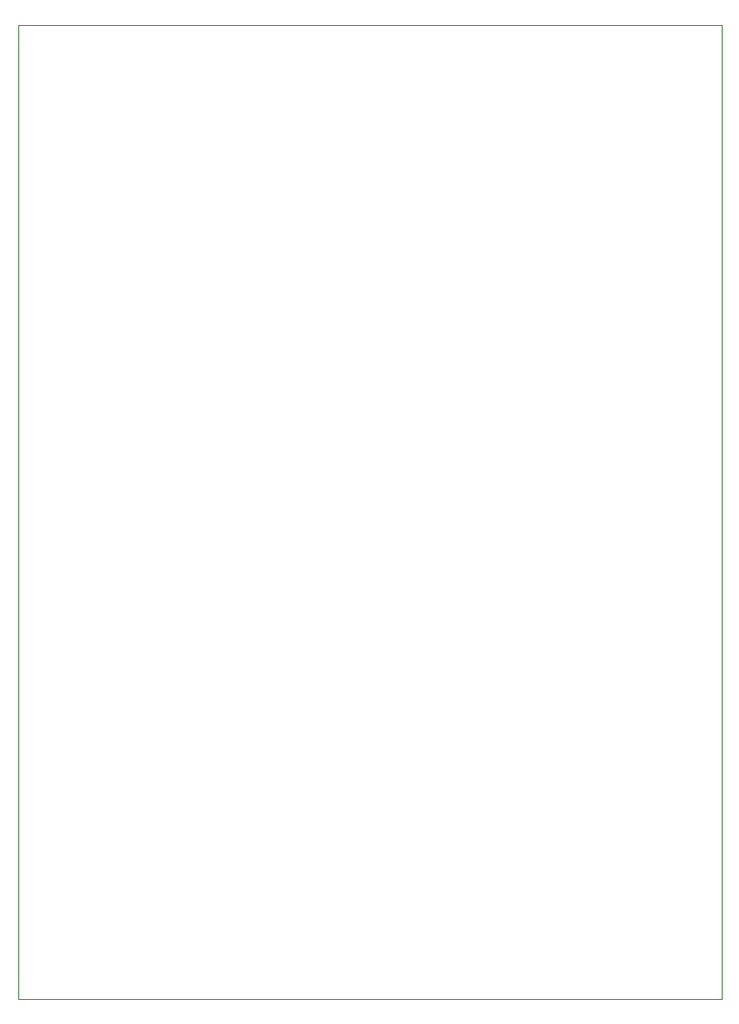
<source format=gbr>
%TF.GenerationSoftware,KiCad,Pcbnew,9.0.7*%
%TF.CreationDate,2026-01-18T08:27:47-05:00*%
%TF.ProjectId,Hackpad,4861636b-7061-4642-9e6b-696361645f70,rev?*%
%TF.SameCoordinates,Original*%
%TF.FileFunction,Profile,NP*%
%FSLAX46Y46*%
G04 Gerber Fmt 4.6, Leading zero omitted, Abs format (unit mm)*
G04 Created by KiCad (PCBNEW 9.0.7) date 2026-01-18 08:27:47*
%MOMM*%
%LPD*%
G01*
G04 APERTURE LIST*
%TA.AperFunction,Profile*%
%ADD10C,0.050000*%
%TD*%
G04 APERTURE END LIST*
D10*
X114300000Y-45243750D02*
X176212500Y-45243750D01*
X176212500Y-130968750D01*
X114300000Y-130968750D01*
X114300000Y-45243750D01*
M02*

</source>
